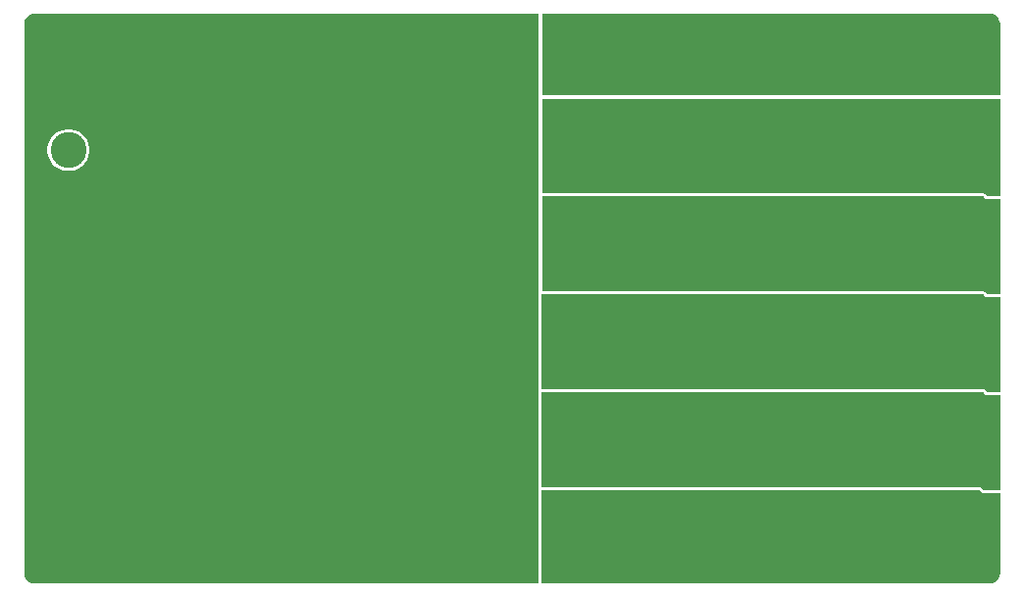
<source format=gbl>
G04*
G04 #@! TF.GenerationSoftware,Altium Limited,Altium Designer,21.6.1 (37)*
G04*
G04 Layer_Physical_Order=2*
G04 Layer_Color=16711680*
%FSLAX25Y25*%
%MOIN*%
G70*
G04*
G04 #@! TF.SameCoordinates,2A1263DF-4826-4A8C-8573-C9EC19C8CB1A*
G04*
G04*
G04 #@! TF.FilePolarity,Positive*
G04*
G01*
G75*
%ADD58C,0.12205*%
%ADD59C,0.01968*%
%ADD60R,0.12000X0.15900*%
G36*
X330546Y195212D02*
X331386Y194864D01*
X332106Y194311D01*
X332659Y193590D01*
X333007Y192751D01*
X333122Y191878D01*
X333116Y191850D01*
Y167520D01*
X177400D01*
Y195321D01*
X329646D01*
X329673Y195326D01*
X330546Y195212D01*
D02*
G37*
G36*
X333116Y133200D02*
X328520D01*
X328442Y133590D01*
X328221Y133921D01*
X327890Y134142D01*
X327500Y134220D01*
X177400D01*
Y166500D01*
X333116D01*
Y133200D01*
D02*
G37*
G36*
X327483Y133183D02*
X327519Y133001D01*
X327558Y132908D01*
X327578Y132810D01*
X327633Y132726D01*
X327672Y132633D01*
X327743Y132562D01*
X327799Y132479D01*
X327882Y132423D01*
X327953Y132352D01*
X328046Y132314D01*
X328129Y132258D01*
X328228Y132238D01*
X328321Y132200D01*
X328421D01*
X328520Y132180D01*
X333116D01*
Y99900D01*
X328520D01*
X328442Y100290D01*
X328221Y100621D01*
X327890Y100842D01*
X327500Y100920D01*
X177400D01*
Y133200D01*
X327399D01*
X327483Y133183D01*
D02*
G37*
G36*
Y99883D02*
X327519Y99701D01*
X327558Y99608D01*
X327578Y99510D01*
X327633Y99426D01*
X327672Y99334D01*
X327743Y99262D01*
X327799Y99179D01*
X327882Y99123D01*
X327953Y99052D01*
X328046Y99014D01*
X328129Y98958D01*
X328228Y98938D01*
X328321Y98900D01*
X328421D01*
X328520Y98880D01*
X333116D01*
Y66600D01*
X328520D01*
X328442Y66990D01*
X328221Y67321D01*
X327890Y67542D01*
X327500Y67620D01*
X177360D01*
Y99900D01*
X327399D01*
X327483Y99883D01*
D02*
G37*
G36*
Y66583D02*
X327519Y66401D01*
X327558Y66308D01*
X327578Y66210D01*
X327633Y66126D01*
X327672Y66034D01*
X327743Y65962D01*
X327799Y65879D01*
X327882Y65823D01*
X327953Y65752D01*
X328046Y65714D01*
X328129Y65658D01*
X328228Y65638D01*
X328321Y65600D01*
X328421D01*
X328520Y65580D01*
X333116D01*
Y33300D01*
X327517D01*
X327516Y33306D01*
X327512Y33312D01*
X327511Y33319D01*
X327407Y33480D01*
X327304Y33642D01*
X327298Y33647D01*
X327294Y33652D01*
X326946Y34011D01*
X326940Y34015D01*
X326936Y34021D01*
X326776Y34128D01*
X326618Y34236D01*
X326611Y34238D01*
X326605Y34242D01*
X326417Y34279D01*
X326229Y34319D01*
X326222Y34318D01*
X326215Y34320D01*
X177360Y34320D01*
Y66600D01*
X327399D01*
X327483Y66583D01*
D02*
G37*
G36*
X285724Y33300D02*
X326121D01*
X326204Y33282D01*
X326207Y33282D01*
X326210Y33280D01*
X326280Y33233D01*
X326498Y33009D01*
X326543Y32937D01*
X326548Y32932D01*
X326551Y32925D01*
X326644Y32781D01*
X326649Y32769D01*
X326650Y32767D01*
X326654Y32757D01*
X326732Y32674D01*
X326796Y32579D01*
X326868Y32531D01*
X326927Y32468D01*
X327032Y32421D01*
X327127Y32358D01*
X327212Y32341D01*
X327291Y32306D01*
X327405Y32303D01*
X327517Y32280D01*
X333116D01*
Y19685D01*
Y18118D01*
Y5000D01*
X333122Y4972D01*
X333007Y4099D01*
X332659Y3260D01*
X332106Y2539D01*
X331386Y1986D01*
X330546Y1639D01*
X329673Y1524D01*
X329646Y1529D01*
X177360D01*
Y33300D01*
X285724Y33300D01*
D02*
G37*
G36*
X5000Y195321D02*
X176340D01*
Y99900D01*
Y67620D01*
Y66600D01*
Y34320D01*
Y33300D01*
Y1529D01*
X5000D01*
X4972Y1524D01*
X4099Y1639D01*
X3260Y1986D01*
X2539Y2539D01*
X1986Y3260D01*
X1639Y4099D01*
X1524Y4972D01*
X1529Y5000D01*
Y157480D01*
Y191850D01*
X1524Y191878D01*
X1639Y192751D01*
X1986Y193590D01*
X2539Y194311D01*
X3260Y194864D01*
X4099Y195212D01*
X4972Y195326D01*
X5000Y195321D01*
D02*
G37*
%LPC*%
G36*
X17199Y156102D02*
X15800D01*
X14428Y155829D01*
X13136Y155294D01*
X11972Y154517D01*
X10983Y153527D01*
X10206Y152364D01*
X9671Y151072D01*
X9398Y149699D01*
Y148301D01*
X9671Y146928D01*
X10206Y145636D01*
X10983Y144473D01*
X11972Y143483D01*
X13136Y142706D01*
X14428Y142171D01*
X15800Y141898D01*
X17199D01*
X18572Y142171D01*
X19864Y142706D01*
X21027Y143483D01*
X22017Y144473D01*
X22794Y145636D01*
X23329Y146928D01*
X23602Y148301D01*
Y149699D01*
X23329Y151072D01*
X22794Y152364D01*
X22017Y153527D01*
X21027Y154517D01*
X19864Y155294D01*
X18572Y155829D01*
X17199Y156102D01*
D02*
G37*
%LPD*%
D58*
X302700Y178757D02*
D03*
Y145957D02*
D03*
Y113157D02*
D03*
Y14757D02*
D03*
Y47557D02*
D03*
Y80357D02*
D03*
X16500Y149000D02*
D03*
Y71500D02*
D03*
D59*
X30020Y87450D02*
D03*
X33480D02*
D03*
X43860D02*
D03*
X36940D02*
D03*
X40400D02*
D03*
X47320D02*
D03*
X43800Y90900D02*
D03*
X40280D02*
D03*
X47320D02*
D03*
X36760D02*
D03*
X33240D02*
D03*
X29720D02*
D03*
X9020Y90850D02*
D03*
X12540D02*
D03*
X16060D02*
D03*
X26620D02*
D03*
X19580D02*
D03*
X23100D02*
D03*
X26620Y87400D02*
D03*
X19700D02*
D03*
X16240D02*
D03*
X23160D02*
D03*
X12780D02*
D03*
X9320D02*
D03*
X81465Y93606D02*
D03*
X75700D02*
D03*
X78582D02*
D03*
X260947Y171713D02*
D03*
X257307Y175162D02*
D03*
X257427Y171713D02*
D03*
X260767Y175162D02*
D03*
X253907Y171713D02*
D03*
X250387Y175162D02*
D03*
Y171713D02*
D03*
X253847Y175162D02*
D03*
X278007Y175213D02*
D03*
X267687Y175162D02*
D03*
X274547Y175213D02*
D03*
X264227Y175162D02*
D03*
X288387Y175213D02*
D03*
X271087D02*
D03*
X281467D02*
D03*
X284927D02*
D03*
X285167Y171763D02*
D03*
X281647D02*
D03*
X271087D02*
D03*
X278127D02*
D03*
X274607D02*
D03*
X264467Y171713D02*
D03*
X267987D02*
D03*
X288687Y171763D02*
D03*
X270600Y110200D02*
D03*
X267140D02*
D03*
X256760D02*
D03*
X263680D02*
D03*
X260220D02*
D03*
X253300D02*
D03*
X256820Y106750D02*
D03*
X260340D02*
D03*
X253300D02*
D03*
X263860D02*
D03*
X267380D02*
D03*
X270900D02*
D03*
X291600Y106800D02*
D03*
X288080D02*
D03*
X284560D02*
D03*
X274000D02*
D03*
X281040D02*
D03*
X277520D02*
D03*
X274000Y110250D02*
D03*
X280920D02*
D03*
X284380D02*
D03*
X277460D02*
D03*
X287840D02*
D03*
X291300D02*
D03*
X286540Y20950D02*
D03*
X283080D02*
D03*
X272700D02*
D03*
X279620D02*
D03*
X276160D02*
D03*
X269240D02*
D03*
X272760Y17500D02*
D03*
X276280D02*
D03*
X269240D02*
D03*
X279800D02*
D03*
X283320D02*
D03*
X286840D02*
D03*
X266140Y17450D02*
D03*
X262620D02*
D03*
X259100D02*
D03*
X248540D02*
D03*
X255580D02*
D03*
X252060D02*
D03*
X248540Y20900D02*
D03*
X255460D02*
D03*
X258920D02*
D03*
X252000D02*
D03*
X262380D02*
D03*
X265840D02*
D03*
X283433Y57200D02*
D03*
X290100D02*
D03*
X286767D02*
D03*
X280100D02*
D03*
X283433Y53300D02*
D03*
X286767Y53200D02*
D03*
X280100D02*
D03*
X290100Y53100D02*
D03*
X283067Y49600D02*
D03*
X289733D02*
D03*
X286400D02*
D03*
X279733D02*
D03*
X283067Y45700D02*
D03*
X286400Y45600D02*
D03*
X279733D02*
D03*
X289733Y45500D02*
D03*
X270800Y79067D02*
D03*
X270700Y69067D02*
D03*
Y75733D02*
D03*
X270600Y72400D02*
D03*
X266700Y69067D02*
D03*
Y75733D02*
D03*
Y79067D02*
D03*
Y72400D02*
D03*
X278700Y79033D02*
D03*
X278600Y69033D02*
D03*
Y75700D02*
D03*
X278500Y72367D02*
D03*
X274600Y69033D02*
D03*
Y75700D02*
D03*
Y79033D02*
D03*
Y72367D02*
D03*
X284100Y143067D02*
D03*
X269400Y146433D02*
D03*
X284200Y146400D02*
D03*
X269500Y143100D02*
D03*
X273400Y146433D02*
D03*
X288200Y146400D02*
D03*
Y143067D02*
D03*
X273400Y143100D02*
D03*
X265800Y146467D02*
D03*
X280500Y143100D02*
D03*
X265700Y143133D02*
D03*
X280400Y146433D02*
D03*
X276500Y143100D02*
D03*
X261700Y143133D02*
D03*
Y146467D02*
D03*
X276500Y146433D02*
D03*
X87200Y117900D02*
D03*
X84700Y118000D02*
D03*
X89300Y120200D02*
D03*
Y122700D02*
D03*
X92165Y100169D02*
D03*
X87835D02*
D03*
X92165Y104500D02*
D03*
X87835D02*
D03*
X92165Y108831D02*
D03*
X87835D02*
D03*
D60*
X90000Y105450D02*
D03*
M02*

</source>
